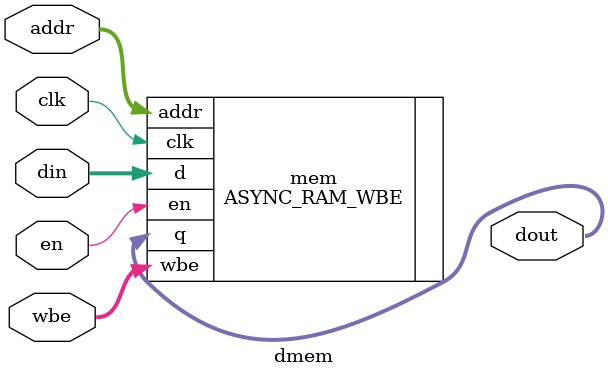
<source format=sv>
module dmem #(
    parameter DWIDTH = 32,
    parameter AWIDTH = 10
) (
    input                 clk,
    input                 en,
    input  [DWIDTH/8-1:0] wbe,   // write byte enable
    input  [  AWIDTH-1:0] addr,
    input  [  DWIDTH-1:0] din,
    output [  DWIDTH-1:0] dout
);

    ASYNC_RAM_WBE #(
        .DWIDTH(DWIDTH),
        .AWIDTH(AWIDTH)
    ) mem (
        .clk(clk),
        .en(en),
        .wbe(wbe),
        .addr(addr),
        .d(din),
        .q(dout)
    );

endmodule

</source>
